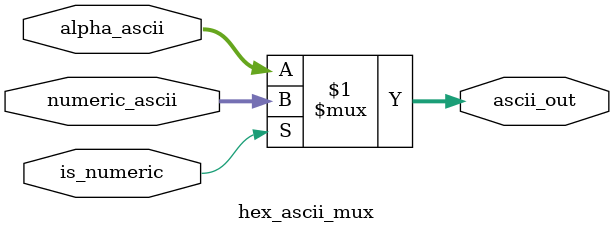
<source format=sv>
module hex2ascii (
    input wire [3:0] hex_in,
    output wire [7:0] ascii_out
);

    wire [7:0] numeric_ascii;
    wire [7:0] alpha_ascii;
    wire       is_numeric;

    // 子模块：判断输入是否为数字（0-9）
    hex_is_numeric u_hex_is_numeric (
        .hex_value    (hex_in),
        .is_numeric   (is_numeric)
    );

    // 子模块：生成数字的ASCII码
    hex_numeric_ascii u_hex_numeric_ascii (
        .hex_value   (hex_in),
        .ascii_code  (numeric_ascii)
    );

    // 子模块：生成字母的ASCII码（A-F）
    hex_alpha_ascii u_hex_alpha_ascii (
        .hex_value   (hex_in),
        .ascii_code  (alpha_ascii)
    );

    // 子模块：选择输出
    hex_ascii_mux u_hex_ascii_mux (
        .is_numeric  (is_numeric),
        .numeric_ascii (numeric_ascii),
        .alpha_ascii  (alpha_ascii),
        .ascii_out   (ascii_out)
    );

endmodule

// 子模块：判断输入是否为数字（0-9）
module hex_is_numeric (
    input  wire [3:0] hex_value,
    output wire       is_numeric
);
    assign is_numeric = (hex_value <= 4'd9) ? 1'b1 : 1'b0;
endmodule

// 子模块：生成数字的ASCII码
module hex_numeric_ascii (
    input  wire [3:0] hex_value,
    output wire [7:0] ascii_code
);
    assign ascii_code = {4'b0011, hex_value}; // '0' + hex_value
endmodule

// 子模块：生成字母的ASCII码（A-F）
module hex_alpha_ascii (
    input  wire [3:0] hex_value,
    output wire [7:0] ascii_code
);
    assign ascii_code = {4'b0100, hex_value} + 8'h27; // 'A' + (hex_value - 10)
endmodule

// 子模块：根据is_numeric选择输出
module hex_ascii_mux (
    input  wire       is_numeric,
    input  wire [7:0] numeric_ascii,
    input  wire [7:0] alpha_ascii,
    output wire [7:0] ascii_out
);
    assign ascii_out = is_numeric ? numeric_ascii : alpha_ascii;
endmodule
</source>
